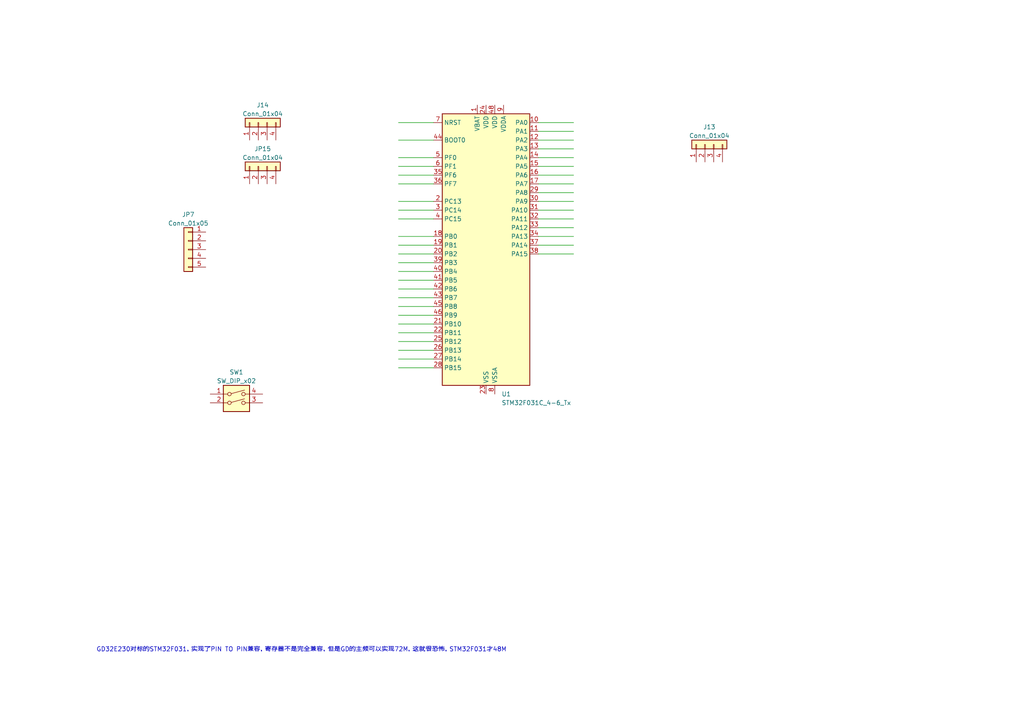
<source format=kicad_sch>
(kicad_sch (version 20230121) (generator eeschema)
  (paper "A4")
  (lib_symbols
    (symbol "Connector_Generic:Conn_01x04" (pin_names (offset 1.016) hide)
      (property "Reference" "J" (at 0 5.08 0))
      (property "Value" "Conn_01x04" (at 0 -7.62 0))
      (symbol "Conn_01x04_1_1"
        (rectangle (start -1.27 -4.953) (end 0 -5.207) (stroke (width 0.1524)))
        (rectangle (start -1.27 -2.413) (end 0 -2.667) (stroke (width 0.1524)))
        (rectangle (start -1.27 0.127) (end 0 -0.127) (stroke (width 0.1524)))
        (rectangle (start -1.27 2.667) (end 0 2.413) (stroke (width 0.1524)))
        (rectangle (start -1.27 3.81) (end 1.27 -6.35) (stroke (width 0.254)) (fill (type background)))
        (pin passive line (at -5.08 2.54 0) (length 3.81) (name "Pin_1") (number "1"))
        (pin passive line (at -5.08 0 0) (length 3.81) (name "Pin_2") (number "2"))
        (pin passive line (at -5.08 -2.54 0) (length 3.81) (name "Pin_3") (number "3"))
        (pin passive line (at -5.08 -5.08 0) (length 3.81) (name "Pin_4") (number "4"))
      )
    )
    (symbol "Connector_Generic:Conn_01x05" (pin_names (offset 1.016) hide)
      (property "Reference" "J" (at 0 7.62 0))
      (property "Value" "Conn_01x05" (at 0 -7.62 0))
      (symbol "Conn_01x05_1_1"
        (rectangle (start -1.27 -4.953) (end 0 -5.207) (stroke (width 0.1524)))
        (rectangle (start -1.27 -2.413) (end 0 -2.667) (stroke (width 0.1524)))
        (rectangle (start -1.27 0.127) (end 0 -0.127) (stroke (width 0.1524)))
        (rectangle (start -1.27 2.667) (end 0 2.413) (stroke (width 0.1524)))
        (rectangle (start -1.27 5.207) (end 0 4.953) (stroke (width 0.1524)))
        (rectangle (start -1.27 6.35) (end 1.27 -6.35) (stroke (width 0.254)) (fill (type background)))
        (pin passive line (at -5.08 5.08 0) (length 3.81) (name "Pin_1") (number "1"))
        (pin passive line (at -5.08 2.54 0) (length 3.81) (name "Pin_2") (number "2"))
        (pin passive line (at -5.08 0 0) (length 3.81) (name "Pin_3") (number "3"))
        (pin passive line (at -5.08 -2.54 0) (length 3.81) (name "Pin_4") (number "4"))
        (pin passive line (at -5.08 -5.08 0) (length 3.81) (name "Pin_5") (number "5"))
      )
    )
    (symbol "MCU_ST_STM32F0:STM32F031C_4-6_Tx"
      (property "Reference" "U" (at -12.7 41.91 0))
      (property "Value" "STM32F031C_4-6_Tx" (at 7.62 41.91 0))
      (symbol "STM32F031C_4-6_Tx_0_1"
        (rectangle (start -12.7 -38.1) (end 12.7 40.64) (stroke (width 0.254)) (fill (type background)))
      )
      (symbol "STM32F031C_4-6_Tx_1_1"
        (pin power_in line (at -2.54 43.18 270) (length 2.54) (name "VBAT") (number "1"))
        (pin bidirectional line (at 15.24 38.1 180) (length 2.54) (name "PA0") (number "10"))
        (pin bidirectional line (at 15.24 35.56 180) (length 2.54) (name "PA1") (number "11"))
        (pin bidirectional line (at 15.24 33.02 180) (length 2.54) (name "PA2") (number "12"))
        (pin bidirectional line (at 15.24 30.48 180) (length 2.54) (name "PA3") (number "13"))
        (pin bidirectional line (at 15.24 27.94 180) (length 2.54) (name "PA4") (number "14"))
        (pin bidirectional line (at 15.24 25.4 180) (length 2.54) (name "PA5") (number "15"))
        (pin bidirectional line (at 15.24 22.86 180) (length 2.54) (name "PA6") (number "16"))
        (pin bidirectional line (at 15.24 20.32 180) (length 2.54) (name "PA7") (number "17"))
        (pin bidirectional line (at -15.24 5.08 0) (length 2.54) (name "PB0") (number "18"))
        (pin bidirectional line (at -15.24 2.54 0) (length 2.54) (name "PB1") (number "19"))
        (pin bidirectional line (at -15.24 15.24 0) (length 2.54) (name "PC13") (number "2"))
        (pin bidirectional line (at -15.24 0 0) (length 2.54) (name "PB2") (number "20"))
        (pin bidirectional line (at -15.24 -20.32 0) (length 2.54) (name "PB10") (number "21"))
        (pin bidirectional line (at -15.24 -22.86 0) (length 2.54) (name "PB11") (number "22"))
        (pin power_in line (at 0 -40.64 90) (length 2.54) (name "VSS") (number "23"))
        (pin power_in line (at 0 43.18 270) (length 2.54) (name "VDD") (number "24"))
        (pin bidirectional line (at -15.24 -25.4 0) (length 2.54) (name "PB12") (number "25"))
        (pin bidirectional line (at -15.24 -27.94 0) (length 2.54) (name "PB13") (number "26"))
        (pin bidirectional line (at -15.24 -30.48 0) (length 2.54) (name "PB14") (number "27"))
        (pin bidirectional line (at -15.24 -33.02 0) (length 2.54) (name "PB15") (number "28"))
        (pin bidirectional line (at 15.24 17.78 180) (length 2.54) (name "PA8") (number "29"))
        (pin bidirectional line (at -15.24 12.7 0) (length 2.54) (name "PC14") (number "3"))
        (pin bidirectional line (at 15.24 15.24 180) (length 2.54) (name "PA9") (number "30"))
        (pin bidirectional line (at 15.24 12.7 180) (length 2.54) (name "PA10") (number "31"))
        (pin bidirectional line (at 15.24 10.16 180) (length 2.54) (name "PA11") (number "32"))
        (pin bidirectional line (at 15.24 7.62 180) (length 2.54) (name "PA12") (number "33"))
        (pin bidirectional line (at 15.24 5.08 180) (length 2.54) (name "PA13") (number "34"))
        (pin bidirectional line (at -15.24 22.86 0) (length 2.54) (name "PF6") (number "35"))
        (pin bidirectional line (at -15.24 20.32 0) (length 2.54) (name "PF7") (number "36"))
        (pin bidirectional line (at 15.24 2.54 180) (length 2.54) (name "PA14") (number "37"))
        (pin bidirectional line (at 15.24 0 180) (length 2.54) (name "PA15") (number "38"))
        (pin bidirectional line (at -15.24 -2.54 0) (length 2.54) (name "PB3") (number "39"))
        (pin bidirectional line (at -15.24 10.16 0) (length 2.54) (name "PC15") (number "4"))
        (pin bidirectional line (at -15.24 -5.08 0) (length 2.54) (name "PB4") (number "40"))
        (pin bidirectional line (at -15.24 -7.62 0) (length 2.54) (name "PB5") (number "41"))
        (pin bidirectional line (at -15.24 -10.16 0) (length 2.54) (name "PB6") (number "42"))
        (pin bidirectional line (at -15.24 -12.7 0) (length 2.54) (name "PB7") (number "43"))
        (pin input line (at -15.24 33.02 0) (length 2.54) (name "BOOT0") (number "44"))
        (pin bidirectional line (at -15.24 -15.24 0) (length 2.54) (name "PB8") (number "45"))
        (pin bidirectional line (at -15.24 -17.78 0) (length 2.54) (name "PB9") (number "46"))
        (pin passive line (at 0 -40.64 90) (length 2.54) hide (name "VSS") (number "47"))
        (pin power_in line (at 2.54 43.18 270) (length 2.54) (name "VDD") (number "48"))
        (pin bidirectional line (at -15.24 27.94 0) (length 2.54) (name "PF0") (number "5"))
        (pin bidirectional line (at -15.24 25.4 0) (length 2.54) (name "PF1") (number "6"))
        (pin input line (at -15.24 38.1 0) (length 2.54) (name "NRST") (number "7"))
        (pin power_in line (at 2.54 -40.64 90) (length 2.54) (name "VSSA") (number "8"))
        (pin power_in line (at 5.08 43.18 270) (length 2.54) (name "VDDA") (number "9"))
      )
    )
    (symbol "Switch:SW_DIP_x02" (pin_names (offset 0) hide)
      (property "Reference" "SW" (at 0 6.35 0))
      (property "Value" "SW_DIP_x02" (at 0 -3.81 0))
      (symbol "SW_DIP_x02_0_0"
        (circle (center -2.032 0) (radius 0.508))
        (circle (center -2.032 2.54) (radius 0.508))
        (polyline (pts (xy -1.524 0.127) (xy 2.3622 1.1684)))
        (polyline (pts (xy -1.524 2.667) (xy 2.3622 3.7084)))
        (circle (center 2.032 0) (radius 0.508))
        (circle (center 2.032 2.54) (radius 0.508))
      )
      (symbol "SW_DIP_x02_0_1"
        (rectangle (start -3.81 5.08) (end 3.81 -2.54) (stroke (width 0.254)) (fill (type background)))
      )
      (symbol "SW_DIP_x02_1_1"
        (pin passive line (at -7.62 2.54 0) (length 5.08) (name "~") (number "1"))
        (pin passive line (at -7.62 0 0) (length 5.08) (name "~") (number "2"))
        (pin passive line (at 7.62 0 180) (length 5.08) (name "~") (number "3"))
        (pin passive line (at 7.62 2.54 180) (length 5.08) (name "~") (number "4"))
      )
    )
  )
  (wire (pts (xy 115.57 63.5) (xy 125.73 63.5)))
  (wire (pts (xy 156.21 66.04) (xy 166.37 66.04)))
  (wire (pts (xy 156.21 48.26) (xy 166.37 48.26)))
  (wire (pts (xy 115.57 101.6) (xy 125.73 101.6)))
  (wire (pts (xy 115.57 96.52) (xy 125.73 96.52)))
  (wire (pts (xy 156.21 38.1) (xy 166.37 38.1)))
  (wire (pts (xy 156.21 68.58) (xy 166.37 68.58)))
  (wire (pts (xy 156.21 60.96) (xy 166.37 60.96)))
  (wire (pts (xy 115.57 76.2) (xy 125.73 76.2)))
  (wire (pts (xy 115.57 35.56) (xy 125.73 35.56)))
  (wire (pts (xy 115.57 58.42) (xy 125.73 58.42)))
  (wire (pts (xy 156.21 63.5) (xy 166.37 63.5)))
  (wire (pts (xy 156.21 55.88) (xy 166.37 55.88)))
  (wire (pts (xy 156.21 35.56) (xy 166.37 35.56)))
  (wire (pts (xy 115.57 71.12) (xy 125.73 71.12)))
  (wire (pts (xy 115.57 40.64) (xy 125.73 40.64)))
  (wire (pts (xy 115.57 81.28) (xy 125.73 81.28)))
  (wire (pts (xy 115.57 53.34) (xy 125.73 53.34)))
  (wire (pts (xy 156.21 53.34) (xy 166.37 53.34)))
  (wire (pts (xy 115.57 45.72) (xy 125.73 45.72)))
  (wire (pts (xy 115.57 86.36) (xy 125.73 86.36)))
  (wire (pts (xy 156.21 40.64) (xy 166.37 40.64)))
  (wire (pts (xy 115.57 83.82) (xy 125.73 83.82)))
  (wire (pts (xy 115.57 68.58) (xy 125.73 68.58)))
  (wire (pts (xy 115.57 48.26) (xy 125.73 48.26)))
  (wire (pts (xy 115.57 93.98) (xy 125.73 93.98)))
  (wire (pts (xy 156.21 71.12) (xy 166.37 71.12)))
  (wire (pts (xy 115.57 60.96) (xy 125.73 60.96)))
  (wire (pts (xy 115.57 99.06) (xy 125.73 99.06)))
  (wire (pts (xy 156.21 43.18) (xy 166.37 43.18)))
  (wire (pts (xy 156.21 58.42) (xy 166.37 58.42)))
  (wire (pts (xy 156.21 45.72) (xy 166.37 45.72)))
  (wire (pts (xy 115.57 91.44) (xy 125.73 91.44)))
  (wire (pts (xy 156.21 73.66) (xy 166.37 73.66)))
  (wire (pts (xy 115.57 78.74) (xy 125.73 78.74)))
  (wire (pts (xy 115.57 88.9) (xy 125.73 88.9)))
  (wire (pts (xy 115.57 73.66) (xy 125.73 73.66)))
  (wire (pts (xy 115.57 106.68) (xy 125.73 106.68)))
  (wire (pts (xy 115.57 50.8) (xy 125.73 50.8)))
  (wire (pts (xy 156.21 50.8) (xy 166.37 50.8)))
  (wire (pts (xy 115.57 104.14) (xy 125.73 104.14)))
  (text "GD32E230对标的STM32F031，实现了PIN TO PIN兼容，寄存器不是完全兼容，但是GD的主频可以实现72M，这就很恐怖，STM32F031才48M" (at 27.94 189.23 0) (effects (font (size 1.27 1.27)) (justify left bottom)))
  (symbol (lib_id "Connector_Generic:Conn_01x05") (at 54.61 72.39 0) (mirror y) (unit 1)
    (property "Reference" "JP7" (at 54.61 62.23 0))
    (property "Value" "Conn_01x05" (at 54.61 64.77 0))
  )
  (symbol (lib_id "Switch:SW_DIP_x02") (at 68.58 116.84 0) (unit 1)
    (property "Reference" "SW1" (at 68.58 107.95 0))
    (property "Value" "SW_DIP_x02" (at 68.58 110.49 0))
  )
  (symbol (lib_id "Connector_Generic:Conn_01x04") (at 74.93 48.26 90) (unit 1)
    (property "Reference" "JP15" (at 76.2 43.18 90))
    (property "Value" "Conn_01x04" (at 76.2 45.72 90))
  )
  (symbol (lib_id "Connector_Generic:Conn_01x04") (at 204.47 41.91 90) (unit 1)
    (property "Reference" "J13" (at 205.74 36.83 90))
    (property "Value" "Conn_01x04" (at 205.74 39.37 90))
  )
  (symbol (lib_id "MCU_ST_STM32F0:STM32F031C_4-6_Tx") (at 140.97 73.66 0) (unit 1)
    (property "Reference" "U1" (at 145.4659 114.3 0) (effects (justify left)))
    (property "Value" "STM32F031C_4-6_Tx" (at 145.4659 116.84 0) (effects (justify left)))
    (property "Footprint" "Package_QFP:LQFP-48_7x7mm_P0.5mm" (effects hide))
    (property "Datasheet" "https://www.st.com/resource/en/datasheet/stm32f031c4.pdf" (effects hide))
  )
  (symbol (lib_id "Connector_Generic:Conn_01x04") (at 74.93 35.56 90) (unit 1)
    (property "Reference" "J14" (at 76.2 30.48 90))
    (property "Value" "Conn_01x04" (at 76.2 33.02 90))
  )
)
</source>
